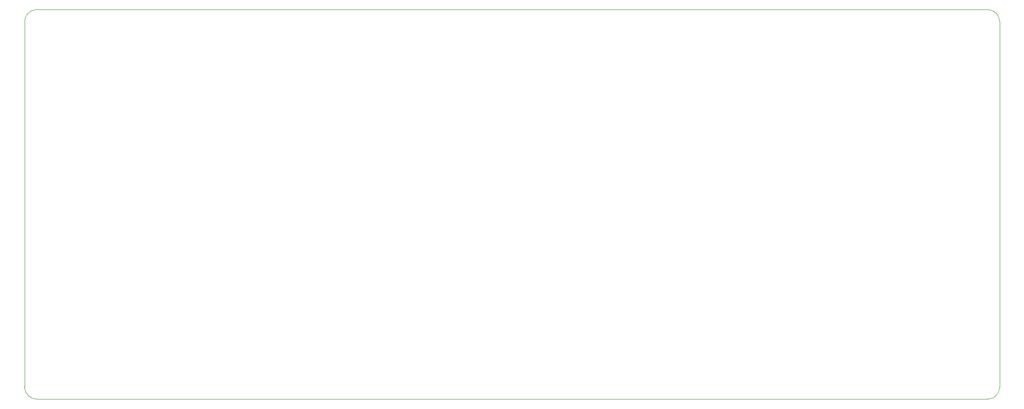
<source format=gm1>
G04 #@! TF.GenerationSoftware,KiCad,Pcbnew,(6.0.0)*
G04 #@! TF.CreationDate,2023-02-08T23:18:21+02:00*
G04 #@! TF.ProjectId,electrolyte,656c6563-7472-46f6-9c79-74652e6b6963,v1.fun*
G04 #@! TF.SameCoordinates,Original*
G04 #@! TF.FileFunction,Profile,NP*
%FSLAX46Y46*%
G04 Gerber Fmt 4.6, Leading zero omitted, Abs format (unit mm)*
G04 Created by KiCad (PCBNEW (6.0.0)) date 2023-02-08 23:18:21*
%MOMM*%
%LPD*%
G01*
G04 APERTURE LIST*
G04 #@! TA.AperFunction,Profile*
%ADD10C,0.050000*%
G04 #@! TD*
G04 APERTURE END LIST*
D10*
X16383000Y-18542000D02*
X16383000Y-89916000D01*
X18796000Y-92329000D02*
X204597000Y-92329000D01*
X206883000Y-90043000D02*
X206883000Y-18415000D01*
X204597000Y-16129000D02*
X18796000Y-16129000D01*
X18796000Y-16129000D02*
G75*
G03*
X16383000Y-18542000I-1J-2412999D01*
G01*
X206883000Y-18415000D02*
G75*
G03*
X204597000Y-16129000I-2286000J0D01*
G01*
X204597000Y-92329000D02*
G75*
G03*
X206883000Y-90043000I0J2286000D01*
G01*
X16383000Y-89916000D02*
G75*
G03*
X18796000Y-92329000I2412999J-1D01*
G01*
M02*

</source>
